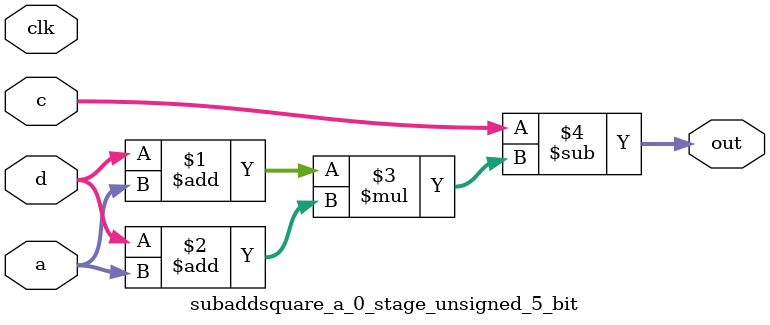
<source format=sv>
(* use_dsp = "yes" *) module subaddsquare_a_0_stage_unsigned_5_bit(
	input  [4:0] a,
	input  [4:0] c,
	input  [4:0] d,
	output [4:0] out,
	input clk);

	assign out = c - ((d + a) * (d + a));
endmodule

</source>
